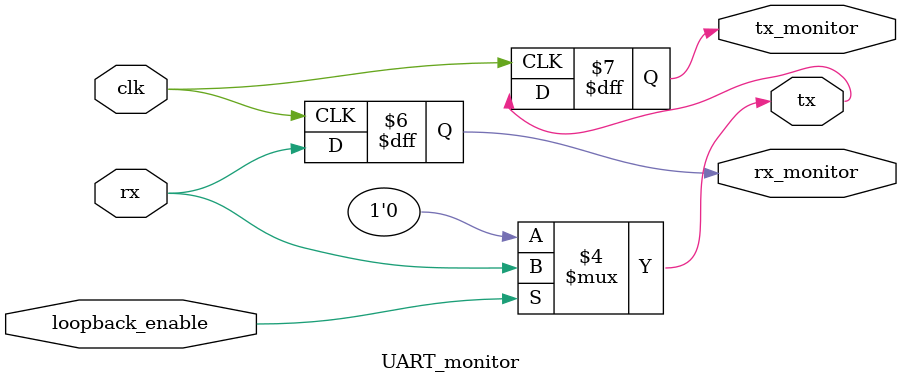
<source format=v>
`timescale 1ns / 1ps


module UART_monitor(
    input wire clk,
    input wire rx,
    input wire loopback_enable,
    output reg tx,
    output reg rx_monitor,
    output reg tx_monitor
    );
    
    always@*
    begin
        if(loopback_enable) tx = rx;
        else tx = 0;
    end
    
    always@(posedge clk) 
    begin
        rx_monitor <= rx;
        tx_monitor <= tx;
    end
    
endmodule

</source>
